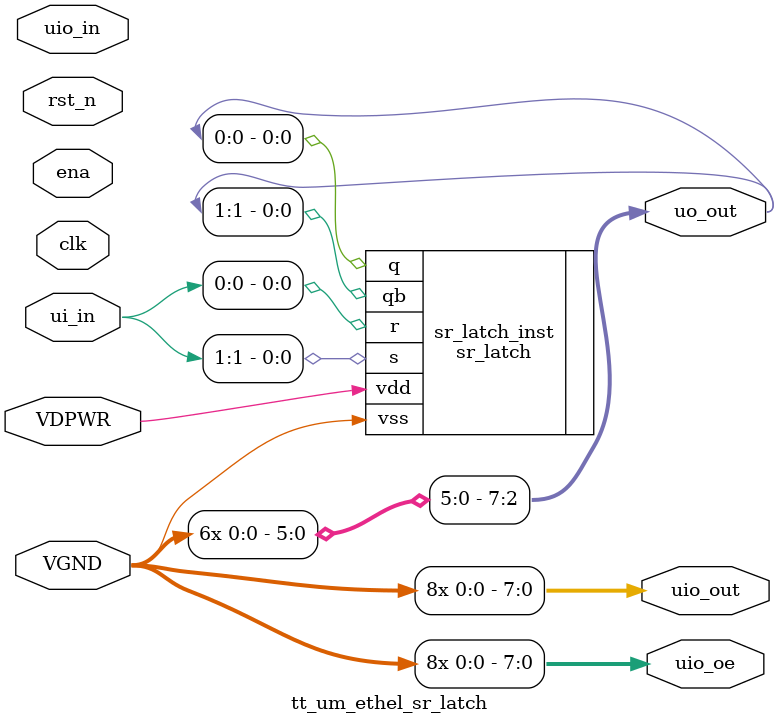
<source format=v>
/*
 * Copyright (c) 2024 Your Name
 * SPDX-License-Identifier: Apache-2.0
 */

`default_nettype none

module tt_um_ethel_sr_latch (
    input  wire       VGND,
    input  wire       VDPWR,    // 1.8v power supply
//    input  wire       VAPWR,    // 3.3v power supply
    input  wire [7:0] ui_in,    // Dedicated inputs
    output wire [7:0] uo_out,   // Dedicated outputs
    input  wire [7:0] uio_in,   // IOs: Input path
    output wire [7:0] uio_out,  // IOs: Output path
    output wire [7:0] uio_oe,   // IOs: Enable path (active high: 0=input, 1=output)
//    inout  wire [7:0] ua,       // Analog pins, only ua[5:0] can be used
    input  wire       ena,      // always 1 when the design is powered, so you can ignore it
    input  wire       clk,      // clock
    input  wire       rst_n     // reset_n - low to reset
);


	sr_latch sr_latch_inst(
		.vdd(VDPWR),
		.vss(VGND),
		.s(ui_in[1]),
		.r(ui_in[0]),
		.qb(uo_out[1]),
		.q(uo_out[0])

	);	

     assign uo_out[2] = VGND;
     assign uo_out[3] = VGND;
     assign uo_out[4] = VGND;
     assign uo_out[5] = VGND;
     assign uo_out[6] = VGND;
     assign uo_out[7] = VGND;

     assign uio_out[0] = VGND;
     assign uio_out[1] = VGND;
     assign uio_out[2] = VGND;
     assign uio_out[3] = VGND;
     assign uio_out[4] = VGND;
     assign uio_out[5] = VGND;
     assign uio_out[6] = VGND;
     assign uio_out[7] = VGND;

     assign uio_oe[0] = VGND;
     assign uio_oe[1] = VGND;
     assign uio_oe[2] = VGND;
     assign uio_oe[3] = VGND;
     assign uio_oe[4] = VGND;
     assign uio_oe[5] = VGND;
     assign uio_oe[6] = VGND;
     assign uio_oe[7] = VGND;



endmodule

</source>
